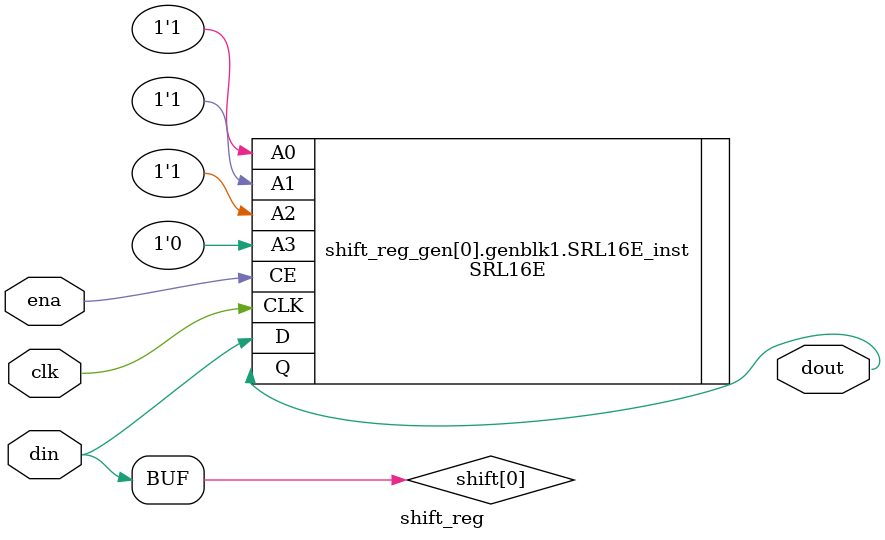
<source format=v>

module shift_reg #(

  // parameters

  parameter   WIDTH = 1,
  parameter   DEPTH = 7,

  // derived parameters

  localparam  NUM_CASCADE = DEPTH / 32,
  localparam  DEPTH_LAST  = DEPTH - NUM_CASCADE * 32,

  // bit width parameters

  localparam  W0 = WIDTH - 1,
  localparam  W1 = NUM_CASCADE

) (

  // master interface

  input             clk,
  input             ena,

  // data interface

  input   [ W0:0]   din,
  output  [ W0:0]   dout

);

  // internal signals

  wire    [ W1:0]   shift [W0:0];

  // shift register implementation

  generate
  genvar i, j;
  for (i = 0; i < WIDTH; i = i + 1) begin : shift_reg_gen

    // assign input

    assign shift[i][W1] = din[i];

    // use SRL16 for short shift registers

    if (DEPTH < 16) begin

      // single SRL16 for short shift registers

      SRL16E #(
        .INIT(16'h0000)
      ) SRL16E_inst (
        .Q (dout[i]),
        .A0 (DEPTH[0]),
        .A1 (DEPTH[1]),
        .A2 (DEPTH[2]),
        .A3 (DEPTH[3]),
        .CE (ena),
        .CLK (clk),
        .D (shift[i][0])
      );

    end else begin

      // cascade SRL32 for long shift registers

      for (j = 0; j < NUM_CASCADE; j = j + 1) begin : srl32_shift
        SRLC32E #(
          .INIT (32'h00000000)
        ) SRLC32E_inst (
          .Q (),
          .Q31 (shift[i][j]),
          .A (5'd31),
          .CE (ena),
          .CLK (clk),
          .D (shift[i][j+1])
        );
      end
      SRLC32E #(
        .INIT (32'h00000000)
      ) SRLC32E_inst (
        .Q (dout[i]),
        .Q31 (),
        .A (DEPTH_LAST),
        .CE (ena),
        .CLK (clk),
        .D (shift[i][0])
      );

    end

  end
  endgenerate

endmodule

////////////////////////////////////////////////////////////////////////////////
////////////////////////////////////////////////////////////////////////////////

</source>
